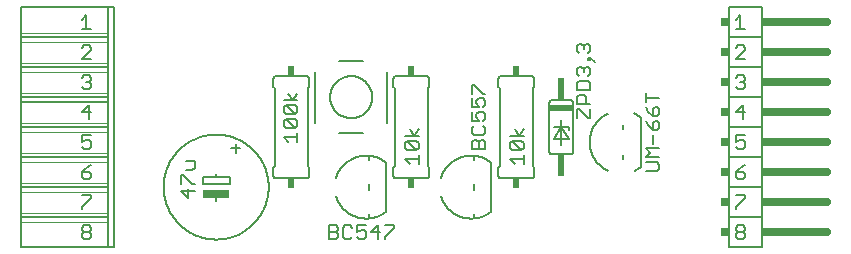
<source format=gbr>
From c3ca4f95bd59f69d45e582a4149327f57a360760 Mon Sep 17 00:00:00 2001
From: jaseg <git@jaseg.de>
Date: Sun, 30 Jan 2022 20:11:38 +0100
Subject: Rename gerbonara/gerber package to just gerbonara

---
 .../tests/resources/eagle-newer/silkscreen_top.gbr | 2422 --------------------
 1 file changed, 2422 deletions(-)
 delete mode 100644 gerbonara/gerber/tests/resources/eagle-newer/silkscreen_top.gbr

(limited to 'gerbonara/gerber/tests/resources/eagle-newer/silkscreen_top.gbr')

diff --git a/gerbonara/gerber/tests/resources/eagle-newer/silkscreen_top.gbr b/gerbonara/gerber/tests/resources/eagle-newer/silkscreen_top.gbr
deleted file mode 100644
index fca8d20..0000000
--- a/gerbonara/gerber/tests/resources/eagle-newer/silkscreen_top.gbr
+++ /dev/null
@@ -1,2422 +0,0 @@
-G04 EAGLE Gerber X2 export*
-G04 #@! %TF.Part,Single*
-G04 #@! %TF.FileFunction,Legend,Top,1*
-G04 #@! %TF.FilePolarity,Positive*
-G04 #@! %TF.GenerationSoftware,Autodesk,EAGLE,9.0.0*
-G04 #@! %TF.CreationDate,2019-08-08T19:20:39Z*
-G75*
-%MOMM*%
-%FSLAX34Y34*%
-%LPD*%
-%AMOC8*
-5,1,8,0,0,1.08239X$1,22.5*%
-G01*
-%ADD10C,0.127000*%
-%ADD11C,0.152400*%
-%ADD12R,2.286000X0.635000*%
-%ADD13R,0.609600X0.863600*%
-%ADD14R,2.032000X0.508000*%
-%ADD15R,0.508000X1.905000*%
-%ADD16C,0.050800*%
-%ADD17C,0.660400*%
-%ADD18R,0.762000X0.660400*%
-%ADD19R,0.660400X0.660400*%
-%ADD20C,0.203200*%
-
-
-D10*
-X294639Y24251D02*
-X295272Y24319D01*
-X295902Y24402D01*
-X296530Y24501D01*
-X297156Y24614D01*
-X297778Y24742D01*
-X298398Y24884D01*
-X299014Y25042D01*
-X299626Y25214D01*
-X300234Y25401D01*
-X300837Y25602D01*
-X301435Y25817D01*
-X302028Y26047D01*
-X302615Y26290D01*
-X303196Y26548D01*
-X303771Y26819D01*
-X304340Y27104D01*
-X304901Y27403D01*
-X305455Y27715D01*
-X306002Y28040D01*
-X306540Y28377D01*
-X307070Y28728D01*
-X307592Y29091D01*
-X308105Y29467D01*
-X308609Y29854D01*
-X294640Y24251D02*
-X293991Y24197D01*
-X293342Y24159D01*
-X292691Y24137D01*
-X292040Y24130D01*
-X291389Y24139D01*
-X290739Y24165D01*
-X290089Y24206D01*
-X289441Y24263D01*
-X288794Y24336D01*
-X288149Y24424D01*
-X287506Y24529D01*
-X286866Y24649D01*
-X286230Y24784D01*
-X285596Y24935D01*
-X284967Y25102D01*
-X284342Y25283D01*
-X283721Y25480D01*
-X283106Y25692D01*
-X282496Y25919D01*
-X281891Y26161D01*
-X281293Y26418D01*
-X280701Y26689D01*
-X280116Y26974D01*
-X279538Y27274D01*
-X278968Y27587D01*
-X278405Y27915D01*
-X277851Y28256D01*
-X277305Y28610D01*
-X276768Y28978D01*
-X276239Y29359D01*
-X275721Y29752D01*
-X275212Y30158D01*
-X274713Y30576D01*
-X274225Y31007D01*
-X273747Y31449D01*
-X273280Y31903D01*
-X272825Y32368D01*
-X272381Y32844D01*
-X271948Y33330D01*
-X271528Y33827D01*
-X271120Y34334D01*
-X270724Y34851D01*
-X270341Y35378D01*
-X269971Y35914D01*
-X269614Y36458D01*
-X269271Y37011D01*
-X268941Y37572D01*
-X268625Y38142D01*
-X268323Y38718D01*
-X268036Y39302D01*
-X267762Y39893D01*
-X267503Y40490D01*
-X267259Y41094D01*
-X267029Y41703D01*
-X266815Y42317D01*
-X266615Y42937D01*
-X266615Y58663D02*
-X266814Y59278D01*
-X267026Y59889D01*
-X267254Y60494D01*
-X267496Y61093D01*
-X267753Y61686D01*
-X268024Y62273D01*
-X268309Y62853D01*
-X268608Y63426D01*
-X268921Y63992D01*
-X269248Y64550D01*
-X269588Y65100D01*
-X269941Y65641D01*
-X270307Y66174D01*
-X270686Y66697D01*
-X271078Y67212D01*
-X271481Y67716D01*
-X271898Y68211D01*
-X272325Y68696D01*
-X272765Y69170D01*
-X273216Y69633D01*
-X273678Y70085D01*
-X274151Y70526D01*
-X274634Y70955D01*
-X275128Y71372D01*
-X275631Y71778D01*
-X276144Y72171D01*
-X276667Y72551D01*
-X277199Y72919D01*
-X277739Y73273D01*
-X278288Y73615D01*
-X278845Y73943D01*
-X279410Y74257D01*
-X279982Y74558D01*
-X280561Y74845D01*
-X281148Y75117D01*
-X281740Y75376D01*
-X282339Y75619D01*
-X282943Y75849D01*
-X283553Y76063D01*
-X284168Y76263D01*
-X284787Y76448D01*
-X285411Y76618D01*
-X286039Y76772D01*
-X286670Y76911D01*
-X287304Y77035D01*
-X287942Y77144D01*
-X288581Y77237D01*
-X289223Y77314D01*
-X289866Y77376D01*
-X290511Y77423D01*
-X291157Y77453D01*
-X291803Y77468D01*
-X292449Y77468D01*
-X293096Y77451D01*
-X293741Y77419D01*
-X294386Y77372D01*
-X295029Y77309D01*
-X295671Y77230D01*
-X296310Y77136D01*
-X296947Y77026D01*
-X297582Y76901D01*
-X298213Y76760D01*
-X298840Y76604D01*
-X299463Y76433D01*
-X300082Y76247D01*
-X300697Y76046D01*
-X301306Y75831D01*
-X301910Y75600D01*
-X302508Y75355D01*
-X303100Y75096D01*
-X303686Y74822D01*
-X304265Y74534D01*
-X304836Y74232D01*
-X305401Y73917D01*
-X305957Y73588D01*
-X306505Y73245D01*
-X307045Y72889D01*
-X307576Y72521D01*
-X308098Y72139D01*
-X308610Y71745D01*
-X308610Y29855D01*
-X294640Y28263D02*
-X294640Y24251D01*
-X294640Y47937D02*
-X294640Y53663D01*
-X294640Y73337D02*
-X294640Y77349D01*
-X260985Y18425D02*
-X260985Y6985D01*
-X260985Y18425D02*
-X266705Y18425D01*
-X268612Y16518D01*
-X268612Y14612D01*
-X266705Y12705D01*
-X268612Y10798D01*
-X268612Y8892D01*
-X266705Y6985D01*
-X260985Y6985D01*
-X260985Y12705D02*
-X266705Y12705D01*
-X278399Y18425D02*
-X280305Y16518D01*
-X278399Y18425D02*
-X274586Y18425D01*
-X272679Y16518D01*
-X272679Y8892D01*
-X274586Y6985D01*
-X278399Y6985D01*
-X280305Y8892D01*
-X284373Y18425D02*
-X291999Y18425D01*
-X284373Y18425D02*
-X284373Y12705D01*
-X288186Y14612D01*
-X290093Y14612D01*
-X291999Y12705D01*
-X291999Y8892D01*
-X290093Y6985D01*
-X286280Y6985D01*
-X284373Y8892D01*
-X301787Y6985D02*
-X301787Y18425D01*
-X296067Y12705D01*
-X303693Y12705D01*
-X307761Y18425D02*
-X315387Y18425D01*
-X315387Y16518D01*
-X307761Y8892D01*
-X307761Y6985D01*
-D11*
-X355515Y42937D02*
-X355713Y42322D01*
-X355926Y41711D01*
-X356154Y41106D01*
-X356396Y40507D01*
-X356653Y39914D01*
-X356924Y39327D01*
-X357209Y38747D01*
-X357508Y38174D01*
-X357821Y37608D01*
-X358148Y37050D01*
-X358487Y36501D01*
-X358841Y35959D01*
-X359207Y35426D01*
-X359586Y34903D01*
-X359977Y34388D01*
-X360381Y33884D01*
-X360797Y33389D01*
-X361225Y32905D01*
-X361665Y32431D01*
-X362116Y31967D01*
-X362578Y31515D01*
-X363050Y31074D01*
-X363534Y30645D01*
-X364027Y30228D01*
-X364531Y29822D01*
-X365044Y29429D01*
-X365567Y29049D01*
-X366098Y28681D01*
-X366639Y28327D01*
-X367188Y27985D01*
-X367745Y27657D01*
-X368310Y27343D01*
-X368882Y27042D01*
-X369461Y26755D01*
-X370047Y26483D01*
-X370640Y26225D01*
-X371238Y25981D01*
-X371843Y25751D01*
-X372453Y25537D01*
-X373067Y25337D01*
-X373687Y25152D01*
-X374311Y24983D01*
-X374938Y24828D01*
-X375569Y24689D01*
-X376204Y24565D01*
-X376841Y24456D01*
-X377481Y24363D01*
-X378123Y24286D01*
-X378766Y24224D01*
-X379411Y24177D01*
-X380056Y24147D01*
-X380703Y24132D01*
-X381349Y24132D01*
-X381995Y24149D01*
-X382641Y24181D01*
-X383286Y24228D01*
-X383929Y24291D01*
-X384570Y24370D01*
-X385210Y24464D01*
-X385847Y24574D01*
-X386481Y24699D01*
-X387112Y24840D01*
-X387739Y24996D01*
-X388363Y25166D01*
-X388982Y25352D01*
-X389596Y25553D01*
-X390206Y25769D01*
-X390810Y26000D01*
-X391408Y26245D01*
-X392000Y26504D01*
-X392585Y26778D01*
-X393164Y27066D01*
-X393736Y27367D01*
-X394300Y27683D01*
-X394856Y28012D01*
-X395405Y28355D01*
-X395944Y28710D01*
-X396475Y29079D01*
-X396997Y29460D01*
-X397510Y29854D01*
-X397510Y71750D02*
-X396998Y72144D01*
-X396476Y72526D01*
-X395945Y72894D01*
-X395405Y73250D01*
-X394857Y73593D01*
-X394301Y73922D01*
-X393736Y74237D01*
-X393165Y74539D01*
-X392586Y74827D01*
-X392000Y75101D01*
-X391408Y75360D01*
-X390810Y75605D01*
-X390206Y75836D01*
-X389597Y76051D01*
-X388982Y76252D01*
-X388363Y76438D01*
-X387740Y76609D01*
-X387113Y76765D01*
-X386482Y76906D01*
-X385847Y77031D01*
-X385210Y77141D01*
-X384571Y77235D01*
-X383929Y77314D01*
-X383286Y77377D01*
-X382641Y77424D01*
-X381996Y77456D01*
-X381349Y77473D01*
-X380703Y77473D01*
-X380057Y77458D01*
-X379411Y77428D01*
-X378766Y77381D01*
-X378123Y77319D01*
-X377481Y77242D01*
-X376842Y77149D01*
-X376204Y77040D01*
-X375570Y76916D01*
-X374939Y76777D01*
-X374311Y76623D01*
-X373687Y76453D01*
-X373068Y76268D01*
-X372453Y76068D01*
-X371843Y75854D01*
-X371239Y75624D01*
-X370640Y75381D01*
-X370048Y75122D01*
-X369461Y74850D01*
-X368882Y74563D01*
-X368310Y74262D01*
-X367745Y73948D01*
-X367188Y73620D01*
-X366639Y73278D01*
-X366099Y72924D01*
-X365567Y72556D01*
-X365044Y72176D01*
-X364531Y71783D01*
-X364028Y71377D01*
-X363534Y70960D01*
-X363051Y70531D01*
-X362578Y70090D01*
-X362116Y69638D01*
-X361665Y69175D01*
-X361225Y68701D01*
-X360798Y68216D01*
-X360381Y67721D01*
-X359978Y67217D01*
-X359586Y66702D01*
-X359207Y66179D01*
-X358841Y65646D01*
-X358488Y65105D01*
-X358148Y64555D01*
-X357821Y63997D01*
-X357508Y63431D01*
-X357209Y62858D01*
-X356924Y62278D01*
-X356653Y61691D01*
-X356396Y61098D01*
-X356154Y60499D01*
-X355926Y59894D01*
-X355714Y59283D01*
-X355515Y58668D01*
-X397510Y71750D02*
-X397510Y29850D01*
-X383540Y28260D02*
-X383540Y24250D01*
-X383540Y47940D02*
-X383540Y53660D01*
-X383540Y73340D02*
-X383540Y77350D01*
-D10*
-X381625Y83185D02*
-X393065Y83185D01*
-X381625Y83185D02*
-X381625Y88905D01*
-X383532Y90812D01*
-X385439Y90812D01*
-X387345Y88905D01*
-X389252Y90812D01*
-X391158Y90812D01*
-X393065Y88905D01*
-X393065Y83185D01*
-X387345Y83185D02*
-X387345Y88905D01*
-X381625Y100599D02*
-X383532Y102505D01*
-X381625Y100599D02*
-X381625Y96786D01*
-X383532Y94879D01*
-X391158Y94879D01*
-X393065Y96786D01*
-X393065Y100599D01*
-X391158Y102505D01*
-X381625Y106573D02*
-X381625Y114199D01*
-X381625Y106573D02*
-X387345Y106573D01*
-X385439Y110386D01*
-X385439Y112293D01*
-X387345Y114199D01*
-X391158Y114199D01*
-X393065Y112293D01*
-X393065Y108480D01*
-X391158Y106573D01*
-X381625Y118267D02*
-X381625Y125893D01*
-X381625Y118267D02*
-X387345Y118267D01*
-X385439Y122080D01*
-X385439Y123987D01*
-X387345Y125893D01*
-X391158Y125893D01*
-X393065Y123987D01*
-X393065Y120174D01*
-X391158Y118267D01*
-X381625Y129961D02*
-X381625Y137587D01*
-X383532Y137587D01*
-X391158Y129961D01*
-X393065Y129961D01*
-D11*
-X165100Y62230D02*
-X165100Y59690D01*
-X153670Y59690D01*
-X153670Y53340D01*
-X176530Y53340D01*
-X176530Y59690D01*
-X165100Y59690D01*
-X165100Y44450D02*
-X165100Y39370D01*
-X177800Y83820D02*
-X185420Y83820D01*
-X181610Y87630D02*
-X181610Y80010D01*
-X120650Y50800D02*
-X120663Y51891D01*
-X120704Y52981D01*
-X120770Y54070D01*
-X120864Y55157D01*
-X120984Y56241D01*
-X121131Y57322D01*
-X121304Y58399D01*
-X121504Y59472D01*
-X121730Y60539D01*
-X121982Y61600D01*
-X122260Y62655D01*
-X122564Y63703D01*
-X122893Y64743D01*
-X123248Y65775D01*
-X123628Y66797D01*
-X124034Y67810D01*
-X124463Y68813D01*
-X124918Y69805D01*
-X125396Y70785D01*
-X125899Y71754D01*
-X126425Y72709D01*
-X126974Y73652D01*
-X127546Y74581D01*
-X128141Y75495D01*
-X128758Y76395D01*
-X129397Y77279D01*
-X130058Y78147D01*
-X130740Y78999D01*
-X131442Y79834D01*
-X132165Y80651D01*
-X132907Y81450D01*
-X133669Y82231D01*
-X134450Y82993D01*
-X135249Y83735D01*
-X136066Y84458D01*
-X136901Y85160D01*
-X137753Y85842D01*
-X138621Y86503D01*
-X139505Y87142D01*
-X140405Y87759D01*
-X141319Y88354D01*
-X142248Y88926D01*
-X143191Y89475D01*
-X144146Y90001D01*
-X145115Y90504D01*
-X146095Y90982D01*
-X147087Y91437D01*
-X148090Y91866D01*
-X149103Y92272D01*
-X150125Y92652D01*
-X151157Y93007D01*
-X152197Y93336D01*
-X153245Y93640D01*
-X154300Y93918D01*
-X155361Y94170D01*
-X156428Y94396D01*
-X157501Y94596D01*
-X158578Y94769D01*
-X159659Y94916D01*
-X160743Y95036D01*
-X161830Y95130D01*
-X162919Y95196D01*
-X164009Y95237D01*
-X165100Y95250D01*
-X166191Y95237D01*
-X167281Y95196D01*
-X168370Y95130D01*
-X169457Y95036D01*
-X170541Y94916D01*
-X171622Y94769D01*
-X172699Y94596D01*
-X173772Y94396D01*
-X174839Y94170D01*
-X175900Y93918D01*
-X176955Y93640D01*
-X178003Y93336D01*
-X179043Y93007D01*
-X180075Y92652D01*
-X181097Y92272D01*
-X182110Y91866D01*
-X183113Y91437D01*
-X184105Y90982D01*
-X185085Y90504D01*
-X186054Y90001D01*
-X187009Y89475D01*
-X187952Y88926D01*
-X188881Y88354D01*
-X189795Y87759D01*
-X190695Y87142D01*
-X191579Y86503D01*
-X192447Y85842D01*
-X193299Y85160D01*
-X194134Y84458D01*
-X194951Y83735D01*
-X195750Y82993D01*
-X196531Y82231D01*
-X197293Y81450D01*
-X198035Y80651D01*
-X198758Y79834D01*
-X199460Y78999D01*
-X200142Y78147D01*
-X200803Y77279D01*
-X201442Y76395D01*
-X202059Y75495D01*
-X202654Y74581D01*
-X203226Y73652D01*
-X203775Y72709D01*
-X204301Y71754D01*
-X204804Y70785D01*
-X205282Y69805D01*
-X205737Y68813D01*
-X206166Y67810D01*
-X206572Y66797D01*
-X206952Y65775D01*
-X207307Y64743D01*
-X207636Y63703D01*
-X207940Y62655D01*
-X208218Y61600D01*
-X208470Y60539D01*
-X208696Y59472D01*
-X208896Y58399D01*
-X209069Y57322D01*
-X209216Y56241D01*
-X209336Y55157D01*
-X209430Y54070D01*
-X209496Y52981D01*
-X209537Y51891D01*
-X209550Y50800D01*
-X209537Y49709D01*
-X209496Y48619D01*
-X209430Y47530D01*
-X209336Y46443D01*
-X209216Y45359D01*
-X209069Y44278D01*
-X208896Y43201D01*
-X208696Y42128D01*
-X208470Y41061D01*
-X208218Y40000D01*
-X207940Y38945D01*
-X207636Y37897D01*
-X207307Y36857D01*
-X206952Y35825D01*
-X206572Y34803D01*
-X206166Y33790D01*
-X205737Y32787D01*
-X205282Y31795D01*
-X204804Y30815D01*
-X204301Y29846D01*
-X203775Y28891D01*
-X203226Y27948D01*
-X202654Y27019D01*
-X202059Y26105D01*
-X201442Y25205D01*
-X200803Y24321D01*
-X200142Y23453D01*
-X199460Y22601D01*
-X198758Y21766D01*
-X198035Y20949D01*
-X197293Y20150D01*
-X196531Y19369D01*
-X195750Y18607D01*
-X194951Y17865D01*
-X194134Y17142D01*
-X193299Y16440D01*
-X192447Y15758D01*
-X191579Y15097D01*
-X190695Y14458D01*
-X189795Y13841D01*
-X188881Y13246D01*
-X187952Y12674D01*
-X187009Y12125D01*
-X186054Y11599D01*
-X185085Y11096D01*
-X184105Y10618D01*
-X183113Y10163D01*
-X182110Y9734D01*
-X181097Y9328D01*
-X180075Y8948D01*
-X179043Y8593D01*
-X178003Y8264D01*
-X176955Y7960D01*
-X175900Y7682D01*
-X174839Y7430D01*
-X173772Y7204D01*
-X172699Y7004D01*
-X171622Y6831D01*
-X170541Y6684D01*
-X169457Y6564D01*
-X168370Y6470D01*
-X167281Y6404D01*
-X166191Y6363D01*
-X165100Y6350D01*
-X164009Y6363D01*
-X162919Y6404D01*
-X161830Y6470D01*
-X160743Y6564D01*
-X159659Y6684D01*
-X158578Y6831D01*
-X157501Y7004D01*
-X156428Y7204D01*
-X155361Y7430D01*
-X154300Y7682D01*
-X153245Y7960D01*
-X152197Y8264D01*
-X151157Y8593D01*
-X150125Y8948D01*
-X149103Y9328D01*
-X148090Y9734D01*
-X147087Y10163D01*
-X146095Y10618D01*
-X145115Y11096D01*
-X144146Y11599D01*
-X143191Y12125D01*
-X142248Y12674D01*
-X141319Y13246D01*
-X140405Y13841D01*
-X139505Y14458D01*
-X138621Y15097D01*
-X137753Y15758D01*
-X136901Y16440D01*
-X136066Y17142D01*
-X135249Y17865D01*
-X134450Y18607D01*
-X133669Y19369D01*
-X132907Y20150D01*
-X132165Y20949D01*
-X131442Y21766D01*
-X130740Y22601D01*
-X130058Y23453D01*
-X129397Y24321D01*
-X128758Y25205D01*
-X128141Y26105D01*
-X127546Y27019D01*
-X126974Y27948D01*
-X126425Y28891D01*
-X125899Y29846D01*
-X125396Y30815D01*
-X124918Y31795D01*
-X124463Y32787D01*
-X124034Y33790D01*
-X123628Y34803D01*
-X123248Y35825D01*
-X122893Y36857D01*
-X122564Y37897D01*
-X122260Y38945D01*
-X121982Y40000D01*
-X121730Y41061D01*
-X121504Y42128D01*
-X121304Y43201D01*
-X121131Y44278D01*
-X120984Y45359D01*
-X120864Y46443D01*
-X120770Y47530D01*
-X120704Y48619D01*
-X120663Y49709D01*
-X120650Y50800D01*
-D10*
-X135499Y47219D02*
-X146939Y47219D01*
-X141219Y41499D02*
-X135499Y47219D01*
-X141219Y49126D02*
-X141219Y41499D01*
-X135499Y53193D02*
-X135499Y60820D01*
-X137406Y60820D01*
-X145032Y53193D01*
-X146939Y53193D01*
-X145032Y64887D02*
-X139313Y64887D01*
-X145032Y64887D02*
-X146939Y66794D01*
-X146939Y72513D01*
-X139313Y72513D01*
-D12*
-X165100Y45085D03*
-D11*
-X243840Y142240D02*
-X243838Y142340D01*
-X243832Y142439D01*
-X243822Y142539D01*
-X243809Y142637D01*
-X243791Y142736D01*
-X243770Y142833D01*
-X243745Y142929D01*
-X243716Y143025D01*
-X243683Y143119D01*
-X243647Y143212D01*
-X243607Y143303D01*
-X243563Y143393D01*
-X243516Y143481D01*
-X243466Y143567D01*
-X243412Y143651D01*
-X243355Y143733D01*
-X243295Y143812D01*
-X243231Y143890D01*
-X243165Y143964D01*
-X243096Y144036D01*
-X243024Y144105D01*
-X242950Y144171D01*
-X242872Y144235D01*
-X242793Y144295D01*
-X242711Y144352D01*
-X242627Y144406D01*
-X242541Y144456D01*
-X242453Y144503D01*
-X242363Y144547D01*
-X242272Y144587D01*
-X242179Y144623D01*
-X242085Y144656D01*
-X241989Y144685D01*
-X241893Y144710D01*
-X241796Y144731D01*
-X241697Y144749D01*
-X241599Y144762D01*
-X241499Y144772D01*
-X241400Y144778D01*
-X241300Y144780D01*
-X215900Y144780D02*
-X215800Y144778D01*
-X215701Y144772D01*
-X215601Y144762D01*
-X215503Y144749D01*
-X215404Y144731D01*
-X215307Y144710D01*
-X215211Y144685D01*
-X215115Y144656D01*
-X215021Y144623D01*
-X214928Y144587D01*
-X214837Y144547D01*
-X214747Y144503D01*
-X214659Y144456D01*
-X214573Y144406D01*
-X214489Y144352D01*
-X214407Y144295D01*
-X214328Y144235D01*
-X214250Y144171D01*
-X214176Y144105D01*
-X214104Y144036D01*
-X214035Y143964D01*
-X213969Y143890D01*
-X213905Y143812D01*
-X213845Y143733D01*
-X213788Y143651D01*
-X213734Y143567D01*
-X213684Y143481D01*
-X213637Y143393D01*
-X213593Y143303D01*
-X213553Y143212D01*
-X213517Y143119D01*
-X213484Y143025D01*
-X213455Y142929D01*
-X213430Y142833D01*
-X213409Y142736D01*
-X213391Y142637D01*
-X213378Y142539D01*
-X213368Y142439D01*
-X213362Y142340D01*
-X213360Y142240D01*
-X213360Y60960D02*
-X213362Y60860D01*
-X213368Y60761D01*
-X213378Y60661D01*
-X213391Y60563D01*
-X213409Y60464D01*
-X213430Y60367D01*
-X213455Y60271D01*
-X213484Y60175D01*
-X213517Y60081D01*
-X213553Y59988D01*
-X213593Y59897D01*
-X213637Y59807D01*
-X213684Y59719D01*
-X213734Y59633D01*
-X213788Y59549D01*
-X213845Y59467D01*
-X213905Y59388D01*
-X213969Y59310D01*
-X214035Y59236D01*
-X214104Y59164D01*
-X214176Y59095D01*
-X214250Y59029D01*
-X214328Y58965D01*
-X214407Y58905D01*
-X214489Y58848D01*
-X214573Y58794D01*
-X214659Y58744D01*
-X214747Y58697D01*
-X214837Y58653D01*
-X214928Y58613D01*
-X215021Y58577D01*
-X215115Y58544D01*
-X215211Y58515D01*
-X215307Y58490D01*
-X215404Y58469D01*
-X215503Y58451D01*
-X215601Y58438D01*
-X215701Y58428D01*
-X215800Y58422D01*
-X215900Y58420D01*
-X241300Y58420D02*
-X241400Y58422D01*
-X241499Y58428D01*
-X241599Y58438D01*
-X241697Y58451D01*
-X241796Y58469D01*
-X241893Y58490D01*
-X241989Y58515D01*
-X242085Y58544D01*
-X242179Y58577D01*
-X242272Y58613D01*
-X242363Y58653D01*
-X242453Y58697D01*
-X242541Y58744D01*
-X242627Y58794D01*
-X242711Y58848D01*
-X242793Y58905D01*
-X242872Y58965D01*
-X242950Y59029D01*
-X243024Y59095D01*
-X243096Y59164D01*
-X243165Y59236D01*
-X243231Y59310D01*
-X243295Y59388D01*
-X243355Y59467D01*
-X243412Y59549D01*
-X243466Y59633D01*
-X243516Y59719D01*
-X243563Y59807D01*
-X243607Y59897D01*
-X243647Y59988D01*
-X243683Y60081D01*
-X243716Y60175D01*
-X243745Y60271D01*
-X243770Y60367D01*
-X243791Y60464D01*
-X243809Y60563D01*
-X243822Y60661D01*
-X243832Y60761D01*
-X243838Y60860D01*
-X243840Y60960D01*
-X241300Y144780D02*
-X215900Y144780D01*
-X243840Y142240D02*
-X243840Y135890D01*
-X242570Y134620D01*
-X213360Y135890D02*
-X213360Y142240D01*
-X213360Y135890D02*
-X214630Y134620D01*
-X242570Y68580D02*
-X243840Y67310D01*
-X242570Y68580D02*
-X242570Y134620D01*
-X214630Y68580D02*
-X213360Y67310D01*
-X214630Y68580D02*
-X214630Y134620D01*
-X243840Y67310D02*
-X243840Y60960D01*
-X213360Y60960D02*
-X213360Y67310D01*
-X215900Y58420D02*
-X241300Y58420D01*
-D10*
-X226181Y89158D02*
-X222367Y92971D01*
-X233807Y92971D01*
-X233807Y89158D02*
-X233807Y96785D01*
-X231900Y100852D02*
-X224274Y100852D01*
-X222367Y102759D01*
-X222367Y106572D01*
-X224274Y108479D01*
-X231900Y108479D01*
-X233807Y106572D01*
-X233807Y102759D01*
-X231900Y100852D01*
-X224274Y108479D01*
-X224274Y112546D02*
-X231900Y112546D01*
-X224274Y112546D02*
-X222367Y114453D01*
-X222367Y118266D01*
-X224274Y120172D01*
-X231900Y120172D01*
-X233807Y118266D01*
-X233807Y114453D01*
-X231900Y112546D01*
-X224274Y120172D01*
-X222367Y124240D02*
-X233807Y124240D01*
-X229994Y124240D02*
-X233807Y129960D01*
-X229994Y124240D02*
-X226181Y129960D01*
-D13*
-X228600Y54102D03*
-X228600Y149098D03*
-D11*
-X314960Y60960D02*
-X314962Y60860D01*
-X314968Y60761D01*
-X314978Y60661D01*
-X314991Y60563D01*
-X315009Y60464D01*
-X315030Y60367D01*
-X315055Y60271D01*
-X315084Y60175D01*
-X315117Y60081D01*
-X315153Y59988D01*
-X315193Y59897D01*
-X315237Y59807D01*
-X315284Y59719D01*
-X315334Y59633D01*
-X315388Y59549D01*
-X315445Y59467D01*
-X315505Y59388D01*
-X315569Y59310D01*
-X315635Y59236D01*
-X315704Y59164D01*
-X315776Y59095D01*
-X315850Y59029D01*
-X315928Y58965D01*
-X316007Y58905D01*
-X316089Y58848D01*
-X316173Y58794D01*
-X316259Y58744D01*
-X316347Y58697D01*
-X316437Y58653D01*
-X316528Y58613D01*
-X316621Y58577D01*
-X316715Y58544D01*
-X316811Y58515D01*
-X316907Y58490D01*
-X317004Y58469D01*
-X317103Y58451D01*
-X317201Y58438D01*
-X317301Y58428D01*
-X317400Y58422D01*
-X317500Y58420D01*
-X342900Y58420D02*
-X343000Y58422D01*
-X343099Y58428D01*
-X343199Y58438D01*
-X343297Y58451D01*
-X343396Y58469D01*
-X343493Y58490D01*
-X343589Y58515D01*
-X343685Y58544D01*
-X343779Y58577D01*
-X343872Y58613D01*
-X343963Y58653D01*
-X344053Y58697D01*
-X344141Y58744D01*
-X344227Y58794D01*
-X344311Y58848D01*
-X344393Y58905D01*
-X344472Y58965D01*
-X344550Y59029D01*
-X344624Y59095D01*
-X344696Y59164D01*
-X344765Y59236D01*
-X344831Y59310D01*
-X344895Y59388D01*
-X344955Y59467D01*
-X345012Y59549D01*
-X345066Y59633D01*
-X345116Y59719D01*
-X345163Y59807D01*
-X345207Y59897D01*
-X345247Y59988D01*
-X345283Y60081D01*
-X345316Y60175D01*
-X345345Y60271D01*
-X345370Y60367D01*
-X345391Y60464D01*
-X345409Y60563D01*
-X345422Y60661D01*
-X345432Y60761D01*
-X345438Y60860D01*
-X345440Y60960D01*
-X345440Y142240D02*
-X345438Y142340D01*
-X345432Y142439D01*
-X345422Y142539D01*
-X345409Y142637D01*
-X345391Y142736D01*
-X345370Y142833D01*
-X345345Y142929D01*
-X345316Y143025D01*
-X345283Y143119D01*
-X345247Y143212D01*
-X345207Y143303D01*
-X345163Y143393D01*
-X345116Y143481D01*
-X345066Y143567D01*
-X345012Y143651D01*
-X344955Y143733D01*
-X344895Y143812D01*
-X344831Y143890D01*
-X344765Y143964D01*
-X344696Y144036D01*
-X344624Y144105D01*
-X344550Y144171D01*
-X344472Y144235D01*
-X344393Y144295D01*
-X344311Y144352D01*
-X344227Y144406D01*
-X344141Y144456D01*
-X344053Y144503D01*
-X343963Y144547D01*
-X343872Y144587D01*
-X343779Y144623D01*
-X343685Y144656D01*
-X343589Y144685D01*
-X343493Y144710D01*
-X343396Y144731D01*
-X343297Y144749D01*
-X343199Y144762D01*
-X343099Y144772D01*
-X343000Y144778D01*
-X342900Y144780D01*
-X317500Y144780D02*
-X317400Y144778D01*
-X317301Y144772D01*
-X317201Y144762D01*
-X317103Y144749D01*
-X317004Y144731D01*
-X316907Y144710D01*
-X316811Y144685D01*
-X316715Y144656D01*
-X316621Y144623D01*
-X316528Y144587D01*
-X316437Y144547D01*
-X316347Y144503D01*
-X316259Y144456D01*
-X316173Y144406D01*
-X316089Y144352D01*
-X316007Y144295D01*
-X315928Y144235D01*
-X315850Y144171D01*
-X315776Y144105D01*
-X315704Y144036D01*
-X315635Y143964D01*
-X315569Y143890D01*
-X315505Y143812D01*
-X315445Y143733D01*
-X315388Y143651D01*
-X315334Y143567D01*
-X315284Y143481D01*
-X315237Y143393D01*
-X315193Y143303D01*
-X315153Y143212D01*
-X315117Y143119D01*
-X315084Y143025D01*
-X315055Y142929D01*
-X315030Y142833D01*
-X315009Y142736D01*
-X314991Y142637D01*
-X314978Y142539D01*
-X314968Y142439D01*
-X314962Y142340D01*
-X314960Y142240D01*
-X317500Y58420D02*
-X342900Y58420D01*
-X314960Y60960D02*
-X314960Y67310D01*
-X316230Y68580D01*
-X345440Y67310D02*
-X345440Y60960D01*
-X345440Y67310D02*
-X344170Y68580D01*
-X316230Y134620D02*
-X314960Y135890D01*
-X316230Y134620D02*
-X316230Y68580D01*
-X344170Y134620D02*
-X345440Y135890D01*
-X344170Y134620D02*
-X344170Y68580D01*
-X314960Y135890D02*
-X314960Y142240D01*
-X345440Y142240D02*
-X345440Y135890D01*
-X342900Y144780D02*
-X317500Y144780D01*
-D10*
-X324983Y74298D02*
-X328797Y70485D01*
-X324983Y74298D02*
-X336423Y74298D01*
-X336423Y70485D02*
-X336423Y78112D01*
-X334516Y82179D02*
-X326890Y82179D01*
-X324983Y84086D01*
-X324983Y87899D01*
-X326890Y89805D01*
-X334516Y89805D01*
-X336423Y87899D01*
-X336423Y84086D01*
-X334516Y82179D01*
-X326890Y89805D01*
-X324983Y93873D02*
-X336423Y93873D01*
-X332610Y93873D02*
-X336423Y99593D01*
-X332610Y93873D02*
-X328797Y99593D01*
-D13*
-X330200Y149098D03*
-X330200Y54102D03*
-D11*
-X457200Y101600D02*
-X457200Y107950D01*
-X463550Y91440D02*
-X450850Y91440D01*
-X457200Y101600D01*
-X457200Y86360D01*
-X463550Y91440D02*
-X457200Y101600D01*
-X450850Y101600D01*
-X463550Y101600D02*
-X463550Y99060D01*
-X463550Y101600D02*
-X457200Y101600D01*
-X467360Y81280D02*
-X467358Y81180D01*
-X467352Y81081D01*
-X467342Y80981D01*
-X467329Y80883D01*
-X467311Y80784D01*
-X467290Y80687D01*
-X467265Y80591D01*
-X467236Y80495D01*
-X467203Y80401D01*
-X467167Y80308D01*
-X467127Y80217D01*
-X467083Y80127D01*
-X467036Y80039D01*
-X466986Y79953D01*
-X466932Y79869D01*
-X466875Y79787D01*
-X466815Y79708D01*
-X466751Y79630D01*
-X466685Y79556D01*
-X466616Y79484D01*
-X466544Y79415D01*
-X466470Y79349D01*
-X466392Y79285D01*
-X466313Y79225D01*
-X466231Y79168D01*
-X466147Y79114D01*
-X466061Y79064D01*
-X465973Y79017D01*
-X465883Y78973D01*
-X465792Y78933D01*
-X465699Y78897D01*
-X465605Y78864D01*
-X465509Y78835D01*
-X465413Y78810D01*
-X465316Y78789D01*
-X465217Y78771D01*
-X465119Y78758D01*
-X465019Y78748D01*
-X464920Y78742D01*
-X464820Y78740D01*
-X467360Y121920D02*
-X467358Y122020D01*
-X467352Y122119D01*
-X467342Y122219D01*
-X467329Y122317D01*
-X467311Y122416D01*
-X467290Y122513D01*
-X467265Y122609D01*
-X467236Y122705D01*
-X467203Y122799D01*
-X467167Y122892D01*
-X467127Y122983D01*
-X467083Y123073D01*
-X467036Y123161D01*
-X466986Y123247D01*
-X466932Y123331D01*
-X466875Y123413D01*
-X466815Y123492D01*
-X466751Y123570D01*
-X466685Y123644D01*
-X466616Y123716D01*
-X466544Y123785D01*
-X466470Y123851D01*
-X466392Y123915D01*
-X466313Y123975D01*
-X466231Y124032D01*
-X466147Y124086D01*
-X466061Y124136D01*
-X465973Y124183D01*
-X465883Y124227D01*
-X465792Y124267D01*
-X465699Y124303D01*
-X465605Y124336D01*
-X465509Y124365D01*
-X465413Y124390D01*
-X465316Y124411D01*
-X465217Y124429D01*
-X465119Y124442D01*
-X465019Y124452D01*
-X464920Y124458D01*
-X464820Y124460D01*
-X449580Y124460D02*
-X449480Y124458D01*
-X449381Y124452D01*
-X449281Y124442D01*
-X449183Y124429D01*
-X449084Y124411D01*
-X448987Y124390D01*
-X448891Y124365D01*
-X448795Y124336D01*
-X448701Y124303D01*
-X448608Y124267D01*
-X448517Y124227D01*
-X448427Y124183D01*
-X448339Y124136D01*
-X448253Y124086D01*
-X448169Y124032D01*
-X448087Y123975D01*
-X448008Y123915D01*
-X447930Y123851D01*
-X447856Y123785D01*
-X447784Y123716D01*
-X447715Y123644D01*
-X447649Y123570D01*
-X447585Y123492D01*
-X447525Y123413D01*
-X447468Y123331D01*
-X447414Y123247D01*
-X447364Y123161D01*
-X447317Y123073D01*
-X447273Y122983D01*
-X447233Y122892D01*
-X447197Y122799D01*
-X447164Y122705D01*
-X447135Y122609D01*
-X447110Y122513D01*
-X447089Y122416D01*
-X447071Y122317D01*
-X447058Y122219D01*
-X447048Y122119D01*
-X447042Y122020D01*
-X447040Y121920D01*
-X447040Y81280D02*
-X447042Y81180D01*
-X447048Y81081D01*
-X447058Y80981D01*
-X447071Y80883D01*
-X447089Y80784D01*
-X447110Y80687D01*
-X447135Y80591D01*
-X447164Y80495D01*
-X447197Y80401D01*
-X447233Y80308D01*
-X447273Y80217D01*
-X447317Y80127D01*
-X447364Y80039D01*
-X447414Y79953D01*
-X447468Y79869D01*
-X447525Y79787D01*
-X447585Y79708D01*
-X447649Y79630D01*
-X447715Y79556D01*
-X447784Y79484D01*
-X447856Y79415D01*
-X447930Y79349D01*
-X448008Y79285D01*
-X448087Y79225D01*
-X448169Y79168D01*
-X448253Y79114D01*
-X448339Y79064D01*
-X448427Y79017D01*
-X448517Y78973D01*
-X448608Y78933D01*
-X448701Y78897D01*
-X448795Y78864D01*
-X448891Y78835D01*
-X448987Y78810D01*
-X449084Y78789D01*
-X449183Y78771D01*
-X449281Y78758D01*
-X449381Y78748D01*
-X449480Y78742D01*
-X449580Y78740D01*
-X464820Y78740D01*
-X464820Y124460D02*
-X449580Y124460D01*
-X467360Y121920D02*
-X467360Y81280D01*
-X447040Y81280D02*
-X447040Y121920D01*
-D14*
-X457200Y118110D03*
-D15*
-X457200Y69215D03*
-X457200Y133985D03*
-D10*
-X470525Y117256D02*
-X470525Y109629D01*
-X470525Y117256D02*
-X472432Y117256D01*
-X480058Y109629D01*
-X481965Y109629D01*
-X481965Y117256D01*
-X481965Y121323D02*
-X470525Y121323D01*
-X470525Y127043D01*
-X472432Y128950D01*
-X476245Y128950D01*
-X478152Y127043D01*
-X478152Y121323D01*
-X481965Y133017D02*
-X470525Y133017D01*
-X481965Y133017D02*
-X481965Y138737D01*
-X480058Y140643D01*
-X472432Y140643D01*
-X470525Y138737D01*
-X470525Y133017D01*
-X472432Y144711D02*
-X470525Y146618D01*
-X470525Y150431D01*
-X472432Y152337D01*
-X474339Y152337D01*
-X476245Y150431D01*
-X476245Y148524D01*
-X476245Y150431D02*
-X478152Y152337D01*
-X480058Y152337D01*
-X481965Y150431D01*
-X481965Y146618D01*
-X480058Y144711D01*
-X485778Y156405D02*
-X481965Y160218D01*
-X480058Y160218D01*
-X480058Y158312D01*
-X481965Y158312D01*
-X481965Y160218D01*
-X472432Y164201D02*
-X470525Y166108D01*
-X470525Y169921D01*
-X472432Y171827D01*
-X474339Y171827D01*
-X476245Y169921D01*
-X476245Y168014D01*
-X476245Y169921D02*
-X478152Y171827D01*
-X480058Y171827D01*
-X481965Y169921D01*
-X481965Y166108D01*
-X480058Y164201D01*
-D11*
-X403860Y60960D02*
-X403862Y60860D01*
-X403868Y60761D01*
-X403878Y60661D01*
-X403891Y60563D01*
-X403909Y60464D01*
-X403930Y60367D01*
-X403955Y60271D01*
-X403984Y60175D01*
-X404017Y60081D01*
-X404053Y59988D01*
-X404093Y59897D01*
-X404137Y59807D01*
-X404184Y59719D01*
-X404234Y59633D01*
-X404288Y59549D01*
-X404345Y59467D01*
-X404405Y59388D01*
-X404469Y59310D01*
-X404535Y59236D01*
-X404604Y59164D01*
-X404676Y59095D01*
-X404750Y59029D01*
-X404828Y58965D01*
-X404907Y58905D01*
-X404989Y58848D01*
-X405073Y58794D01*
-X405159Y58744D01*
-X405247Y58697D01*
-X405337Y58653D01*
-X405428Y58613D01*
-X405521Y58577D01*
-X405615Y58544D01*
-X405711Y58515D01*
-X405807Y58490D01*
-X405904Y58469D01*
-X406003Y58451D01*
-X406101Y58438D01*
-X406201Y58428D01*
-X406300Y58422D01*
-X406400Y58420D01*
-X431800Y58420D02*
-X431900Y58422D01*
-X431999Y58428D01*
-X432099Y58438D01*
-X432197Y58451D01*
-X432296Y58469D01*
-X432393Y58490D01*
-X432489Y58515D01*
-X432585Y58544D01*
-X432679Y58577D01*
-X432772Y58613D01*
-X432863Y58653D01*
-X432953Y58697D01*
-X433041Y58744D01*
-X433127Y58794D01*
-X433211Y58848D01*
-X433293Y58905D01*
-X433372Y58965D01*
-X433450Y59029D01*
-X433524Y59095D01*
-X433596Y59164D01*
-X433665Y59236D01*
-X433731Y59310D01*
-X433795Y59388D01*
-X433855Y59467D01*
-X433912Y59549D01*
-X433966Y59633D01*
-X434016Y59719D01*
-X434063Y59807D01*
-X434107Y59897D01*
-X434147Y59988D01*
-X434183Y60081D01*
-X434216Y60175D01*
-X434245Y60271D01*
-X434270Y60367D01*
-X434291Y60464D01*
-X434309Y60563D01*
-X434322Y60661D01*
-X434332Y60761D01*
-X434338Y60860D01*
-X434340Y60960D01*
-X434340Y142240D02*
-X434338Y142340D01*
-X434332Y142439D01*
-X434322Y142539D01*
-X434309Y142637D01*
-X434291Y142736D01*
-X434270Y142833D01*
-X434245Y142929D01*
-X434216Y143025D01*
-X434183Y143119D01*
-X434147Y143212D01*
-X434107Y143303D01*
-X434063Y143393D01*
-X434016Y143481D01*
-X433966Y143567D01*
-X433912Y143651D01*
-X433855Y143733D01*
-X433795Y143812D01*
-X433731Y143890D01*
-X433665Y143964D01*
-X433596Y144036D01*
-X433524Y144105D01*
-X433450Y144171D01*
-X433372Y144235D01*
-X433293Y144295D01*
-X433211Y144352D01*
-X433127Y144406D01*
-X433041Y144456D01*
-X432953Y144503D01*
-X432863Y144547D01*
-X432772Y144587D01*
-X432679Y144623D01*
-X432585Y144656D01*
-X432489Y144685D01*
-X432393Y144710D01*
-X432296Y144731D01*
-X432197Y144749D01*
-X432099Y144762D01*
-X431999Y144772D01*
-X431900Y144778D01*
-X431800Y144780D01*
-X406400Y144780D02*
-X406300Y144778D01*
-X406201Y144772D01*
-X406101Y144762D01*
-X406003Y144749D01*
-X405904Y144731D01*
-X405807Y144710D01*
-X405711Y144685D01*
-X405615Y144656D01*
-X405521Y144623D01*
-X405428Y144587D01*
-X405337Y144547D01*
-X405247Y144503D01*
-X405159Y144456D01*
-X405073Y144406D01*
-X404989Y144352D01*
-X404907Y144295D01*
-X404828Y144235D01*
-X404750Y144171D01*
-X404676Y144105D01*
-X404604Y144036D01*
-X404535Y143964D01*
-X404469Y143890D01*
-X404405Y143812D01*
-X404345Y143733D01*
-X404288Y143651D01*
-X404234Y143567D01*
-X404184Y143481D01*
-X404137Y143393D01*
-X404093Y143303D01*
-X404053Y143212D01*
-X404017Y143119D01*
-X403984Y143025D01*
-X403955Y142929D01*
-X403930Y142833D01*
-X403909Y142736D01*
-X403891Y142637D01*
-X403878Y142539D01*
-X403868Y142439D01*
-X403862Y142340D01*
-X403860Y142240D01*
-X406400Y58420D02*
-X431800Y58420D01*
-X403860Y60960D02*
-X403860Y67310D01*
-X405130Y68580D01*
-X434340Y67310D02*
-X434340Y60960D01*
-X434340Y67310D02*
-X433070Y68580D01*
-X405130Y134620D02*
-X403860Y135890D01*
-X405130Y134620D02*
-X405130Y68580D01*
-X433070Y134620D02*
-X434340Y135890D01*
-X433070Y134620D02*
-X433070Y68580D01*
-X403860Y135890D02*
-X403860Y142240D01*
-X434340Y142240D02*
-X434340Y135890D01*
-X431800Y144780D02*
-X406400Y144780D01*
-D10*
-X413883Y74298D02*
-X417697Y70485D01*
-X413883Y74298D02*
-X425323Y74298D01*
-X425323Y70485D02*
-X425323Y78112D01*
-X423416Y82179D02*
-X415790Y82179D01*
-X413883Y84086D01*
-X413883Y87899D01*
-X415790Y89805D01*
-X423416Y89805D01*
-X425323Y87899D01*
-X425323Y84086D01*
-X423416Y82179D01*
-X415790Y89805D01*
-X413883Y93873D02*
-X425323Y93873D01*
-X421510Y93873D02*
-X425323Y99593D01*
-X421510Y93873D02*
-X417697Y99593D01*
-D13*
-X419100Y149098D03*
-X419100Y54102D03*
-D10*
-X524510Y67950D02*
-X524510Y109850D01*
-X496641Y113030D02*
-X496057Y112747D01*
-X495481Y112449D01*
-X494912Y112138D01*
-X494351Y111813D01*
-X493798Y111474D01*
-X493253Y111122D01*
-X492717Y110757D01*
-X492190Y110379D01*
-X491673Y109988D01*
-X491165Y109585D01*
-X490667Y109169D01*
-X490179Y108742D01*
-X489702Y108303D01*
-X489235Y107852D01*
-X488780Y107390D01*
-X488336Y106917D01*
-X487904Y106434D01*
-X487483Y105940D01*
-X487075Y105436D01*
-X486679Y104922D01*
-X486296Y104399D01*
-X485925Y103867D01*
-X485568Y103325D01*
-X485224Y102776D01*
-X484893Y102218D01*
-X484576Y101652D01*
-X484273Y101079D01*
-X483984Y100498D01*
-X483709Y99911D01*
-X483448Y99317D01*
-X483202Y98717D01*
-X482971Y98111D01*
-X482754Y97499D01*
-X482553Y96883D01*
-X482366Y96262D01*
-X482195Y95636D01*
-X482039Y95007D01*
-X481898Y94374D01*
-X481772Y93737D01*
-X481663Y93098D01*
-X481568Y92457D01*
-X481490Y91813D01*
-X481427Y91167D01*
-X481379Y90520D01*
-X481348Y89873D01*
-X481332Y89224D01*
-X481332Y88576D01*
-X481348Y87927D01*
-X481379Y87280D01*
-X481427Y86633D01*
-X481490Y85987D01*
-X481568Y85343D01*
-X481663Y84702D01*
-X481772Y84063D01*
-X481898Y83426D01*
-X482039Y82793D01*
-X482195Y82164D01*
-X482366Y81538D01*
-X482553Y80917D01*
-X482754Y80301D01*
-X482971Y79689D01*
-X483202Y79083D01*
-X483448Y78483D01*
-X483709Y77889D01*
-X483984Y77302D01*
-X484273Y76721D01*
-X484576Y76148D01*
-X484893Y75582D01*
-X485224Y75024D01*
-X485568Y74475D01*
-X485925Y73933D01*
-X486296Y73401D01*
-X486679Y72878D01*
-X487075Y72364D01*
-X487483Y71860D01*
-X487904Y71366D01*
-X488336Y70883D01*
-X488780Y70410D01*
-X489235Y69948D01*
-X489702Y69497D01*
-X490179Y69058D01*
-X490667Y68631D01*
-X491165Y68215D01*
-X491673Y67812D01*
-X492190Y67421D01*
-X492717Y67043D01*
-X493253Y66678D01*
-X493798Y66326D01*
-X494351Y65987D01*
-X494912Y65662D01*
-X495481Y65351D01*
-X496057Y65053D01*
-X496641Y64770D01*
-X519359Y64765D02*
-X519905Y65030D01*
-X520445Y65307D01*
-X520978Y65596D01*
-X521505Y65898D01*
-X522025Y66211D01*
-X522538Y66536D01*
-X523043Y66873D01*
-X523540Y67221D01*
-X524029Y67580D01*
-X524510Y67950D01*
-X509270Y74860D02*
-X509270Y77540D01*
-X509270Y100260D02*
-X509270Y102940D01*
-X519118Y113147D02*
-X519691Y112876D01*
-X520257Y112591D01*
-X520816Y112294D01*
-X521368Y111983D01*
-X521912Y111658D01*
-X522448Y111322D01*
-X522977Y110972D01*
-X523497Y110610D01*
-X524008Y110236D01*
-X524510Y109850D01*
-X528945Y64135D02*
-X538478Y64135D01*
-X540385Y66042D01*
-X540385Y69855D01*
-X538478Y71762D01*
-X528945Y71762D01*
-X528945Y75829D02*
-X540385Y75829D01*
-X532759Y79642D02*
-X528945Y75829D01*
-X532759Y79642D02*
-X528945Y83455D01*
-X540385Y83455D01*
-X534665Y87523D02*
-X534665Y95149D01*
-X530852Y103030D02*
-X528945Y106843D01*
-X530852Y103030D02*
-X534665Y99217D01*
-X538478Y99217D01*
-X540385Y101124D01*
-X540385Y104937D01*
-X538478Y106843D01*
-X536572Y106843D01*
-X534665Y104937D01*
-X534665Y99217D01*
-X530852Y114724D02*
-X528945Y118537D01*
-X530852Y114724D02*
-X534665Y110911D01*
-X538478Y110911D01*
-X540385Y112818D01*
-X540385Y116631D01*
-X538478Y118537D01*
-X536572Y118537D01*
-X534665Y116631D01*
-X534665Y110911D01*
-X540385Y126418D02*
-X528945Y126418D01*
-X528945Y122605D02*
-X528945Y130231D01*
-D11*
-X78740Y0D02*
-X73660Y0D01*
-X0Y0D01*
-X0Y21590D01*
-X0Y25400D01*
-X0Y29210D01*
-X0Y46990D01*
-X0Y50800D01*
-X0Y54610D01*
-X0Y72390D01*
-X0Y76200D01*
-X0Y80010D01*
-X0Y97790D01*
-X0Y101600D01*
-X0Y105410D01*
-X0Y123190D01*
-X0Y127000D02*
-X73660Y127000D01*
-X73660Y21590D02*
-X73660Y0D01*
-X73660Y21590D02*
-X73660Y25400D01*
-X73660Y29210D01*
-X73660Y46990D01*
-X73660Y50800D01*
-X73660Y54610D01*
-X73660Y72390D01*
-X73660Y76200D01*
-X73660Y80010D01*
-X73660Y97790D01*
-X73660Y101600D01*
-X73660Y105410D01*
-X73660Y123190D01*
-X73660Y127000D01*
-X73660Y101600D02*
-X0Y101600D01*
-X0Y76200D02*
-X73660Y76200D01*
-X73660Y50800D02*
-X0Y50800D01*
-X0Y25400D02*
-X73660Y25400D01*
-D16*
-X73660Y21590D02*
-X0Y21590D01*
-X0Y29210D02*
-X73660Y29210D01*
-X73660Y46990D02*
-X0Y46990D01*
-X0Y54610D02*
-X73660Y54610D01*
-X73660Y72390D02*
-X0Y72390D01*
-X0Y80010D02*
-X73660Y80010D01*
-X73660Y97790D02*
-X0Y97790D01*
-X0Y105410D02*
-X73660Y105410D01*
-D11*
-X73660Y123190D02*
-X0Y123190D01*
-X0Y127000D01*
-X0Y130810D01*
-D16*
-X73660Y130810D01*
-D11*
-X78740Y203200D02*
-X78740Y0D01*
-X0Y130810D02*
-X0Y148590D01*
-X0Y152400D02*
-X73660Y152400D01*
-X73660Y130810D02*
-X73660Y127000D01*
-X73660Y130810D02*
-X73660Y148590D01*
-X73660Y152400D01*
-D16*
-X73660Y148590D02*
-X0Y148590D01*
-D11*
-X0Y152400D01*
-X0Y156210D01*
-X0Y173990D01*
-X0Y177800D01*
-X73660Y177800D01*
-D16*
-X73660Y156210D02*
-X0Y156210D01*
-D11*
-X73660Y156210D02*
-X73660Y152400D01*
-X73660Y156210D02*
-X73660Y173990D01*
-X73660Y177800D01*
-X0Y177800D02*
-X0Y181610D01*
-X0Y203200D01*
-X73660Y203200D01*
-X78740Y203200D01*
-X73660Y181610D02*
-X73660Y177800D01*
-X73660Y181610D02*
-X73660Y203200D01*
-D16*
-X73660Y181610D02*
-X0Y181610D01*
-X0Y173990D02*
-X73660Y173990D01*
-D10*
-X59062Y159385D02*
-X51435Y159385D01*
-X59062Y167012D01*
-X59062Y168918D01*
-X57155Y170825D01*
-X53342Y170825D01*
-X51435Y168918D01*
-X53342Y18425D02*
-X51435Y16518D01*
-X53342Y18425D02*
-X57155Y18425D01*
-X59062Y16518D01*
-X59062Y14612D01*
-X57155Y12705D01*
-X59062Y10798D01*
-X59062Y8892D01*
-X57155Y6985D01*
-X53342Y6985D01*
-X51435Y8892D01*
-X51435Y10798D01*
-X53342Y12705D01*
-X51435Y14612D01*
-X51435Y16518D01*
-X53342Y12705D02*
-X57155Y12705D01*
-X51435Y143518D02*
-X53342Y145425D01*
-X57155Y145425D01*
-X59062Y143518D01*
-X59062Y141612D01*
-X57155Y139705D01*
-X55248Y139705D01*
-X57155Y139705D02*
-X59062Y137798D01*
-X59062Y135892D01*
-X57155Y133985D01*
-X53342Y133985D01*
-X51435Y135892D01*
-X57155Y120025D02*
-X57155Y108585D01*
-X51435Y114305D02*
-X57155Y120025D01*
-X59062Y114305D02*
-X51435Y114305D01*
-X51435Y94625D02*
-X59062Y94625D01*
-X51435Y94625D02*
-X51435Y88905D01*
-X55248Y90812D01*
-X57155Y90812D01*
-X59062Y88905D01*
-X59062Y85092D01*
-X57155Y83185D01*
-X53342Y83185D01*
-X51435Y85092D01*
-X59062Y69225D02*
-X55248Y67318D01*
-X51435Y63505D01*
-X51435Y59692D01*
-X53342Y57785D01*
-X57155Y57785D01*
-X59062Y59692D01*
-X59062Y61598D01*
-X57155Y63505D01*
-X51435Y63505D01*
-X51435Y43825D02*
-X59062Y43825D01*
-X59062Y41918D01*
-X51435Y34292D01*
-X51435Y32385D01*
-X51435Y192412D02*
-X55248Y196225D01*
-X55248Y184785D01*
-X51435Y184785D02*
-X59062Y184785D01*
-D11*
-X599440Y0D02*
-X627380Y0D01*
-X599440Y0D02*
-X599440Y25400D01*
-X627380Y25400D02*
-X627380Y0D01*
-X627380Y50800D02*
-X599440Y50800D01*
-X627380Y50800D02*
-X627380Y76200D01*
-X627380Y25400D02*
-X599440Y25400D01*
-X599440Y50800D01*
-X627380Y50800D02*
-X627380Y25400D01*
-D17*
-X635000Y63500D02*
-X681990Y63500D01*
-X681990Y38100D02*
-X635000Y38100D01*
-X635000Y12700D02*
-X681990Y12700D01*
-D11*
-X599440Y50800D02*
-X599440Y76200D01*
-X599440Y101600D01*
-X627380Y101600D01*
-X599440Y101600D02*
-X599440Y127000D01*
-X627380Y127000D01*
-X627380Y101600D01*
-X627380Y76200D02*
-X599440Y76200D01*
-X627380Y76200D02*
-X627380Y101600D01*
-X599440Y127000D02*
-X599440Y152400D01*
-X627380Y152400D02*
-X627380Y127000D01*
-X627380Y177800D02*
-X599440Y177800D01*
-X599440Y203200D01*
-X627380Y203200D01*
-X627380Y177800D01*
-X627380Y152400D02*
-X599440Y152400D01*
-X599440Y177800D01*
-X627380Y177800D02*
-X627380Y152400D01*
-D17*
-X635000Y190500D02*
-X681990Y190500D01*
-X681990Y165100D02*
-X635000Y165100D01*
-X635000Y139700D02*
-X681990Y139700D01*
-X681990Y114300D02*
-X635000Y114300D01*
-X635000Y88900D02*
-X681990Y88900D01*
-D10*
-X605155Y192412D02*
-X608968Y196225D01*
-X608968Y184785D01*
-X605155Y184785D02*
-X612782Y184785D01*
-X612782Y159385D02*
-X605155Y159385D01*
-X612782Y167012D01*
-X612782Y168918D01*
-X610875Y170825D01*
-X607062Y170825D01*
-X605155Y168918D01*
-X607062Y145425D02*
-X605155Y143518D01*
-X607062Y145425D02*
-X610875Y145425D01*
-X612782Y143518D01*
-X612782Y141612D01*
-X610875Y139705D01*
-X608968Y139705D01*
-X610875Y139705D02*
-X612782Y137798D01*
-X612782Y135892D01*
-X610875Y133985D01*
-X607062Y133985D01*
-X605155Y135892D01*
-X610875Y120025D02*
-X610875Y108585D01*
-X605155Y114305D02*
-X610875Y120025D01*
-X612782Y114305D02*
-X605155Y114305D01*
-X605155Y94625D02*
-X612782Y94625D01*
-X605155Y94625D02*
-X605155Y88905D01*
-X608968Y90812D01*
-X610875Y90812D01*
-X612782Y88905D01*
-X612782Y85092D01*
-X610875Y83185D01*
-X607062Y83185D01*
-X605155Y85092D01*
-X612782Y69225D02*
-X608968Y67318D01*
-X605155Y63505D01*
-X605155Y59692D01*
-X607062Y57785D01*
-X610875Y57785D01*
-X612782Y59692D01*
-X612782Y61598D01*
-X610875Y63505D01*
-X605155Y63505D01*
-X605155Y43825D02*
-X612782Y43825D01*
-X612782Y41918D01*
-X605155Y34292D01*
-X605155Y32385D01*
-X607062Y18425D02*
-X605155Y16518D01*
-X607062Y18425D02*
-X610875Y18425D01*
-X612782Y16518D01*
-X612782Y14612D01*
-X610875Y12705D01*
-X612782Y10798D01*
-X612782Y8892D01*
-X610875Y6985D01*
-X607062Y6985D01*
-X605155Y8892D01*
-X605155Y10798D01*
-X607062Y12705D01*
-X605155Y14612D01*
-X605155Y16518D01*
-X607062Y12705D02*
-X610875Y12705D01*
-D18*
-X631190Y63500D03*
-X631190Y38100D03*
-X631190Y12700D03*
-X631190Y190500D03*
-X631190Y165100D03*
-X631190Y139700D03*
-X631190Y114300D03*
-X631190Y88900D03*
-D19*
-X596138Y12700D03*
-X596138Y38100D03*
-X596138Y63500D03*
-X596138Y88900D03*
-X596138Y114300D03*
-X596138Y139700D03*
-X596138Y165100D03*
-X596138Y190500D03*
-D20*
-X309880Y148590D02*
-X309880Y105410D01*
-X248920Y105410D02*
-X248920Y148590D01*
-X269240Y96520D02*
-X289380Y96520D01*
-X289680Y157480D02*
-X269240Y157480D01*
-X261620Y127000D02*
-X261625Y127436D01*
-X261641Y127872D01*
-X261668Y128308D01*
-X261706Y128743D01*
-X261754Y129176D01*
-X261812Y129609D01*
-X261882Y130040D01*
-X261962Y130469D01*
-X262052Y130896D01*
-X262153Y131320D01*
-X262264Y131742D01*
-X262386Y132161D01*
-X262517Y132577D01*
-X262659Y132990D01*
-X262811Y133399D01*
-X262973Y133804D01*
-X263145Y134205D01*
-X263327Y134602D01*
-X263518Y134994D01*
-X263719Y135381D01*
-X263930Y135764D01*
-X264150Y136141D01*
-X264379Y136512D01*
-X264616Y136878D01*
-X264863Y137238D01*
-X265119Y137592D01*
-X265383Y137939D01*
-X265656Y138280D01*
-X265937Y138613D01*
-X266226Y138940D01*
-X266523Y139260D01*
-X266828Y139572D01*
-X267140Y139877D01*
-X267460Y140174D01*
-X267787Y140463D01*
-X268120Y140744D01*
-X268461Y141017D01*
-X268808Y141281D01*
-X269162Y141537D01*
-X269522Y141784D01*
-X269888Y142021D01*
-X270259Y142250D01*
-X270636Y142470D01*
-X271019Y142681D01*
-X271406Y142882D01*
-X271798Y143073D01*
-X272195Y143255D01*
-X272596Y143427D01*
-X273001Y143589D01*
-X273410Y143741D01*
-X273823Y143883D01*
-X274239Y144014D01*
-X274658Y144136D01*
-X275080Y144247D01*
-X275504Y144348D01*
-X275931Y144438D01*
-X276360Y144518D01*
-X276791Y144588D01*
-X277224Y144646D01*
-X277657Y144694D01*
-X278092Y144732D01*
-X278528Y144759D01*
-X278964Y144775D01*
-X279400Y144780D01*
-X279836Y144775D01*
-X280272Y144759D01*
-X280708Y144732D01*
-X281143Y144694D01*
-X281576Y144646D01*
-X282009Y144588D01*
-X282440Y144518D01*
-X282869Y144438D01*
-X283296Y144348D01*
-X283720Y144247D01*
-X284142Y144136D01*
-X284561Y144014D01*
-X284977Y143883D01*
-X285390Y143741D01*
-X285799Y143589D01*
-X286204Y143427D01*
-X286605Y143255D01*
-X287002Y143073D01*
-X287394Y142882D01*
-X287781Y142681D01*
-X288164Y142470D01*
-X288541Y142250D01*
-X288912Y142021D01*
-X289278Y141784D01*
-X289638Y141537D01*
-X289992Y141281D01*
-X290339Y141017D01*
-X290680Y140744D01*
-X291013Y140463D01*
-X291340Y140174D01*
-X291660Y139877D01*
-X291972Y139572D01*
-X292277Y139260D01*
-X292574Y138940D01*
-X292863Y138613D01*
-X293144Y138280D01*
-X293417Y137939D01*
-X293681Y137592D01*
-X293937Y137238D01*
-X294184Y136878D01*
-X294421Y136512D01*
-X294650Y136141D01*
-X294870Y135764D01*
-X295081Y135381D01*
-X295282Y134994D01*
-X295473Y134602D01*
-X295655Y134205D01*
-X295827Y133804D01*
-X295989Y133399D01*
-X296141Y132990D01*
-X296283Y132577D01*
-X296414Y132161D01*
-X296536Y131742D01*
-X296647Y131320D01*
-X296748Y130896D01*
-X296838Y130469D01*
-X296918Y130040D01*
-X296988Y129609D01*
-X297046Y129176D01*
-X297094Y128743D01*
-X297132Y128308D01*
-X297159Y127872D01*
-X297175Y127436D01*
-X297180Y127000D01*
-X297175Y126564D01*
-X297159Y126128D01*
-X297132Y125692D01*
-X297094Y125257D01*
-X297046Y124824D01*
-X296988Y124391D01*
-X296918Y123960D01*
-X296838Y123531D01*
-X296748Y123104D01*
-X296647Y122680D01*
-X296536Y122258D01*
-X296414Y121839D01*
-X296283Y121423D01*
-X296141Y121010D01*
-X295989Y120601D01*
-X295827Y120196D01*
-X295655Y119795D01*
-X295473Y119398D01*
-X295282Y119006D01*
-X295081Y118619D01*
-X294870Y118236D01*
-X294650Y117859D01*
-X294421Y117488D01*
-X294184Y117122D01*
-X293937Y116762D01*
-X293681Y116408D01*
-X293417Y116061D01*
-X293144Y115720D01*
-X292863Y115387D01*
-X292574Y115060D01*
-X292277Y114740D01*
-X291972Y114428D01*
-X291660Y114123D01*
-X291340Y113826D01*
-X291013Y113537D01*
-X290680Y113256D01*
-X290339Y112983D01*
-X289992Y112719D01*
-X289638Y112463D01*
-X289278Y112216D01*
-X288912Y111979D01*
-X288541Y111750D01*
-X288164Y111530D01*
-X287781Y111319D01*
-X287394Y111118D01*
-X287002Y110927D01*
-X286605Y110745D01*
-X286204Y110573D01*
-X285799Y110411D01*
-X285390Y110259D01*
-X284977Y110117D01*
-X284561Y109986D01*
-X284142Y109864D01*
-X283720Y109753D01*
-X283296Y109652D01*
-X282869Y109562D01*
-X282440Y109482D01*
-X282009Y109412D01*
-X281576Y109354D01*
-X281143Y109306D01*
-X280708Y109268D01*
-X280272Y109241D01*
-X279836Y109225D01*
-X279400Y109220D01*
-X278964Y109225D01*
-X278528Y109241D01*
-X278092Y109268D01*
-X277657Y109306D01*
-X277224Y109354D01*
-X276791Y109412D01*
-X276360Y109482D01*
-X275931Y109562D01*
-X275504Y109652D01*
-X275080Y109753D01*
-X274658Y109864D01*
-X274239Y109986D01*
-X273823Y110117D01*
-X273410Y110259D01*
-X273001Y110411D01*
-X272596Y110573D01*
-X272195Y110745D01*
-X271798Y110927D01*
-X271406Y111118D01*
-X271019Y111319D01*
-X270636Y111530D01*
-X270259Y111750D01*
-X269888Y111979D01*
-X269522Y112216D01*
-X269162Y112463D01*
-X268808Y112719D01*
-X268461Y112983D01*
-X268120Y113256D01*
-X267787Y113537D01*
-X267460Y113826D01*
-X267140Y114123D01*
-X266828Y114428D01*
-X266523Y114740D01*
-X266226Y115060D01*
-X265937Y115387D01*
-X265656Y115720D01*
-X265383Y116061D01*
-X265119Y116408D01*
-X264863Y116762D01*
-X264616Y117122D01*
-X264379Y117488D01*
-X264150Y117859D01*
-X263930Y118236D01*
-X263719Y118619D01*
-X263518Y119006D01*
-X263327Y119398D01*
-X263145Y119795D01*
-X262973Y120196D01*
-X262811Y120601D01*
-X262659Y121010D01*
-X262517Y121423D01*
-X262386Y121839D01*
-X262264Y122258D01*
-X262153Y122680D01*
-X262052Y123104D01*
-X261962Y123531D01*
-X261882Y123960D01*
-X261812Y124391D01*
-X261754Y124824D01*
-X261706Y125257D01*
-X261668Y125692D01*
-X261641Y126128D01*
-X261625Y126564D01*
-X261620Y127000D01*
-M02*
-- 
cgit 


</source>
